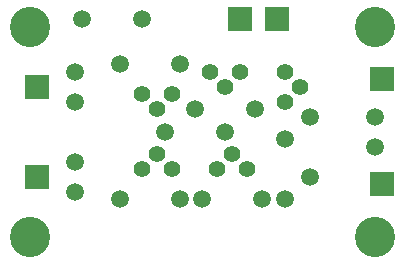
<source format=gts>
G04 Output by ViewMate Deluxe V11.0.9  PentaLogix LLC*
G04 Sun May 11 19:15:31 2014*
%FSLAX33Y33*%
%MOMM*%
%IPPOS*%
%ADD110C,1.5113*%
%ADD111R,2.0041X2.0041*%
%ADD112C,1.4122*%
%ADD113C,3.4036*%

%LPD*%
X0Y0D2*D110*G1X7874Y22055D3*X12954Y22055D3*X16129Y6815D3*X18034Y6815D3*X23114Y6815D3*X25019Y6815D3*X27178Y8720D3*X32639Y11260D3*X32639Y13800D3*X27178Y13800D3*X25019Y11895D3*X22479Y14435D3*X19939Y12530D3*X14859Y12530D3*X17399Y14435D3*X16129Y18245D3*X11049Y18245D3*X7239Y17610D3*X7239Y15070D3*X7239Y9990D3*X11049Y6815D3*X7239Y7450D3*D111*X33274Y8085D3*X33274Y16975D3*X24384Y22055D3*X21209Y22055D3*X4064Y8720D3*X4064Y16340D3*D112*X21844Y9355D3*X20574Y10625D3*X19304Y9355D3*X15494Y9355D3*X12954Y9355D3*X14224Y10625D3*X12954Y15705D3*X14224Y14435D3*X15494Y15705D3*X18669Y17610D3*X19939Y16340D3*X21209Y17610D3*X25019Y17610D3*X26289Y16340D3*X25019Y15070D3*D113*X32639Y3640D3*X32639Y21420D3*X3429Y21420D3*X3429Y3640D3*X0Y0D2*M02*
</source>
